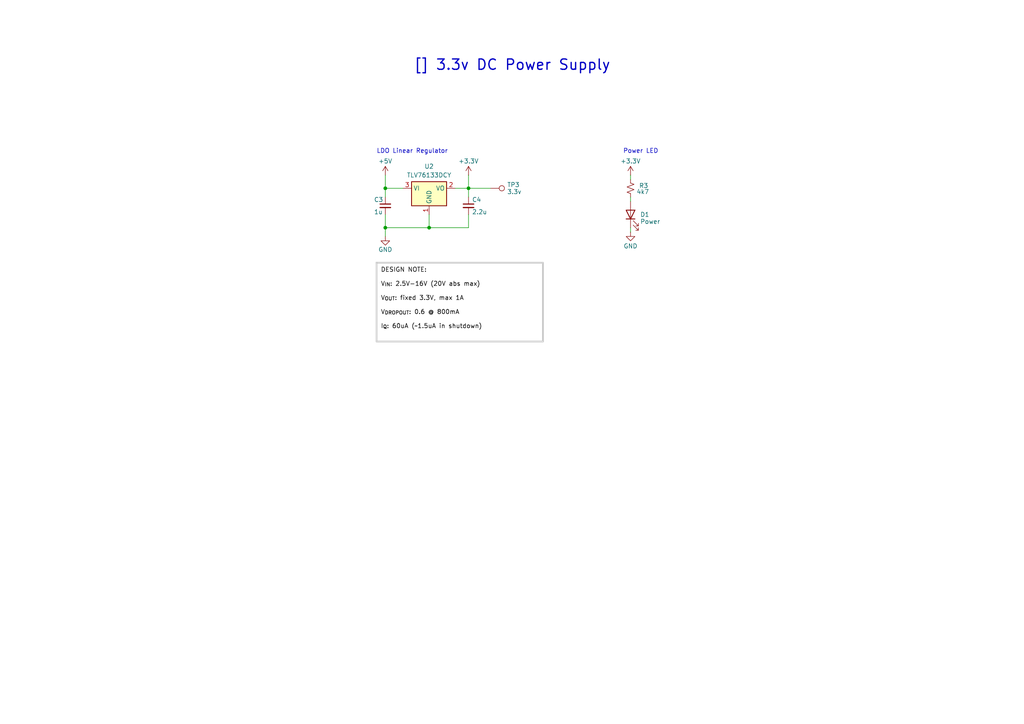
<source format=kicad_sch>
(kicad_sch (version 20250114) (generator "eeschema") (generator_version "9.0")
  (paper "A4")
  (title_block (title "3.3v DC Power Supply") (date "2025-03-08") (rev "1.2") (company "Wattle Labs"))
  (lib_symbols
    (symbol "Connector:TestPoint" (pin_numbers (hide yes)) (pin_names (offset 0.762) (hide yes))
      (property "Reference" "TP" (at 0 6.858 0))
      (property "Value" "TestPoint" (at 0 5.08 0))
      (symbol "TestPoint_0_1"
        (circle (center 0 3.302) (radius 0.762))
      )
      (symbol "TestPoint_1_1"
        (pin passive line (at 0 0 90) (length 2.54) (name "1") (number "1"))
      )
    )
    (symbol "Device:C_Small" (pin_numbers (hide yes)) (pin_names (offset 0.254) (hide yes))
      (property "Reference" "C" (at 0.254 1.778 0))
      (property "Value" "C_Small" (at 0.254 -2.032 0))
      (symbol "C_Small_0_1"
        (polyline (pts (xy -1.524 0.508) (xy 1.524 0.508)) (stroke (width 0.3048)))
        (polyline (pts (xy -1.524 -0.508) (xy 1.524 -0.508)) (stroke (width 0.3302)))
      )
      (symbol "C_Small_1_1"
        (pin passive line (at 0 2.54 270) (length 2.032) (name "~") (number "1"))
        (pin passive line (at 0 -2.54 90) (length 2.032) (name "~") (number "2"))
      )
    )
    (symbol "Device:LED" (pin_numbers (hide yes)) (pin_names (offset 1.016) (hide yes))
      (property "Reference" "D" (at 0 2.54 0))
      (property "Value" "LED" (at 0 -2.54 0))
      (symbol "LED_0_1"
        (polyline (pts (xy -3.048 -0.762) (xy -4.572 -2.286) (xy -3.81 -2.286) (xy -4.572 -2.286) (xy -4.572 -1.524)))
        (polyline (pts (xy -1.778 -0.762) (xy -3.302 -2.286) (xy -2.54 -2.286) (xy -3.302 -2.286) (xy -3.302 -1.524)))
        (polyline (pts (xy -1.27 0) (xy 1.27 0)))
        (polyline (pts (xy -1.27 -1.27) (xy -1.27 1.27)) (stroke (width 0.254)))
        (polyline (pts (xy 1.27 -1.27) (xy 1.27 1.27) (xy -1.27 0) (xy 1.27 -1.27)) (stroke (width 0.254)))
      )
      (symbol "LED_1_1"
        (pin passive line (at -3.81 0 0) (length 2.54) (name "K") (number "1"))
        (pin passive line (at 3.81 0 180) (length 2.54) (name "A") (number "2"))
      )
    )
    (symbol "Device:R_Small_US" (pin_numbers (hide yes)) (pin_names (offset 0.254) (hide yes))
      (property "Reference" "R" (at 0.762 0.508 0))
      (property "Value" "R_Small_US" (at 0.762 -1.016 0))
      (symbol "R_Small_US_1_1"
        (polyline (pts (xy 0 1.524) (xy 1.016 1.143) (xy 0 0.762) (xy -1.016 0.381) (xy 0 0)))
        (polyline (pts (xy 0 0) (xy 1.016 -0.381) (xy 0 -0.762) (xy -1.016 -1.143) (xy 0 -1.524)))
        (pin passive line (at 0 2.54 270) (length 1.016) (name "~") (number "1"))
        (pin passive line (at 0 -2.54 90) (length 1.016) (name "~") (number "2"))
      )
    )
    (symbol "Regulator_Linear:TLV76133DCY"
      (property "Reference" "U" (at -7.62 6.35 0))
      (property "Value" "TLV76133DCY" (at -1.27 6.35 0))
      (symbol "TLV76133DCY_0_1"
        (rectangle (start -5.08 -5.08) (end 5.08 1.905) (stroke (width 0.254)) (fill (type background)))
      )
      (symbol "TLV76133DCY_1_1"
        (pin power_in line (at -7.62 0 0) (length 2.54) (name "VI") (number "3"))
        (pin power_in line (at 0 -7.62 90) (length 2.54) (name "GND") (number "1"))
        (pin power_out line (at 7.62 0 180) (length 2.54) (name "VO") (number "2"))
      )
    )
    (symbol "power:+3.3V" (power) (pin_numbers (hide yes)) (pin_names (offset 0) (hide yes))
      (property "Value" "+3.3V" (at 0 3.556 0))
      (symbol "+3.3V_0_1"
        (polyline (pts (xy -0.762 1.27) (xy 0 2.54)))
        (polyline (pts (xy 0 2.54) (xy 0.762 1.27)))
        (polyline (pts (xy 0 0) (xy 0 2.54)))
      )
      (symbol "+3.3V_1_1"
        (pin power_in line (at 0 0 90) (length 0) (name "~") (number "1"))
      )
    )
    (symbol "power:+5V" (power) (pin_numbers (hide yes)) (pin_names (offset 0) (hide yes))
      (property "Value" "+5V" (at 0 3.556 0))
      (symbol "+5V_0_1"
        (polyline (pts (xy -0.762 1.27) (xy 0 2.54)))
        (polyline (pts (xy 0 2.54) (xy 0.762 1.27)))
        (polyline (pts (xy 0 0) (xy 0 2.54)))
      )
      (symbol "+5V_1_1"
        (pin power_in line (at 0 0 90) (length 0) (name "~") (number "1"))
      )
    )
    (symbol "power:GND" (power) (pin_numbers (hide yes)) (pin_names (offset 0) (hide yes))
      (property "Value" "GND" (at 0 -3.81 0))
      (symbol "GND_0_1"
        (polyline (pts (xy 0 0) (xy 0 -1.27) (xy 1.27 -1.27) (xy 0 -2.54) (xy -1.27 -1.27) (xy 0 -1.27)))
      )
      (symbol "GND_1_1"
        (pin power_in line (at 0 0 270) (length 0) (name "~") (number "1"))
      )
    )
  )
  (text "LDO Linear Regulator" (at 109.22 43.18 0) (effects (font (size 1.27 1.27) (thickness 0.1588)) (justify left top)))
  (text "Power LED" (at 180.721 43.18 0) (effects (font (size 1.27 1.27) (thickness 0.1588)) (justify left top)))
  (text_box "DESIGN NOTE:\n\nV_{IN}: 2.5V-16V (20V abs max)\n\nV_{OUT}: fixed 3.3V, max 1A\n\nV_{DROPOUT}: 0.6 @ 800mA\n\nI_{Q}: 60uA (~1.5uA in shutdown)" (at 109.22 76.2 0) (size 48.26 22.86) (margins 1.2025 1.2025 1.2025 1.2025) (stroke (width 0.5) (color 200 200 200 1)) (effects (font (size 1.27 1.27)) (justify left top)))
  (text_box "[${#}] ${TITLE}" (at 12.065 12.065 0) (size 273.05 13.335) (margins 2.2499 2.2499 2.2499 2.2499) (stroke (width -0.0001)) (effects (font (size 3 3) (thickness 0.375))))
  (junction (at 124.46 66.04))
  (junction (at 135.89 54.61))
  (junction (at 111.76 54.61))
  (junction (at 111.76 66.04))
  (wire (pts (xy 124.46 66.04) (xy 135.89 66.04)))
  (wire (pts (xy 182.88 57.15) (xy 182.88 58.42)))
  (wire (pts (xy 124.46 66.04) (xy 124.46 62.23)))
  (wire (pts (xy 135.89 54.61) (xy 132.08 54.61)))
  (wire (pts (xy 111.76 50.8) (xy 111.76 54.61)))
  (wire (pts (xy 135.89 54.61) (xy 135.89 57.15)))
  (wire (pts (xy 182.88 50.8) (xy 182.88 52.07)))
  (wire (pts (xy 135.89 62.23) (xy 135.89 66.04)))
  (wire (pts (xy 111.76 54.61) (xy 116.84 54.61)))
  (wire (pts (xy 135.89 54.61) (xy 142.24 54.61)))
  (wire (pts (xy 111.76 66.04) (xy 124.46 66.04)))
  (wire (pts (xy 182.88 66.04) (xy 182.88 67.31)))
  (wire (pts (xy 135.89 50.8) (xy 135.89 54.61)))
  (wire (pts (xy 111.76 62.23) (xy 111.76 66.04)))
  (wire (pts (xy 111.76 66.04) (xy 111.76 68.58)))
  (wire (pts (xy 111.76 54.61) (xy 111.76 57.15)))
  (symbol (lib_id "power:GND") (at 182.88 67.31 0) (unit 1)
    (property "Reference" "#PWR036" (effects (hide yes)))
    (property "Value" "GND" (at 182.88 71.374 0))
    (property "Description" "Power symbol creates a global label with name \"GND\" , ground" (effects (hide yes)))
  )
  (symbol (lib_id "power:GND") (at 111.76 68.58 0) (unit 1)
    (property "Reference" "#PWR010" (effects (hide yes)))
    (property "Value" "GND" (at 111.76 72.39 0))
    (property "Description" "Power symbol creates a global label with name \"GND\" , ground" (effects (hide yes)))
  )
  (symbol (lib_id "power:+5V") (at 111.76 50.8 0) (unit 1)
    (property "Reference" "#PWR09" (effects (hide yes)))
    (property "Value" "+5V" (at 111.76 46.736 0))
    (property "Description" "Power symbol creates a global label with name \"+5V\"" (effects (hide yes)))
  )
  (symbol (lib_id "Device:C_Small") (at 135.89 59.69 0) (unit 1)
    (property "Reference" "C4" (at 136.906 57.912 0) (effects (justify left)))
    (property "Value" "2.2u" (at 136.906 61.468 0) (effects (justify left)))
    (property "Footprint" "Capacitor_SMD:C_0603_1608Metric" (effects (hide yes)))
    (property "Description" "2.2 µF ±10% 16V Ceramic Capacitor X5R 0603 (1608 Metric)" (effects (hide yes)))
    (property "Supplier" "https://www.digikey.co.nz/en/products/detail/samsung-electro-mechanics/CL10A225KO8NNNC/3886698" (effects (hide yes)))
    (property "Digikey_PN" "1276-1040-1-ND" (effects (hide yes)))
  )
  (symbol (lib_id "Device:LED") (at 182.88 62.23 90) (unit 1)
    (property "Reference" "D1" (at 185.674 62.23 90) (effects (justify right)))
    (property "Value" "Power" (at 185.674 64.262 90) (effects (justify right)))
    (property "Footprint" "LED_SMD:LED_0603_1608Metric" (effects (hide yes)))
    (property "Description" "Red 625nm LED Indication - Discrete 2V 0603 (1608 Metric)" (effects (hide yes)))
    (property "Digikey_PN" "732-4978-1-ND" (effects (hide yes)))
  )
  (symbol (lib_id "Device:R_Small_US") (at 182.88 54.61 180) (unit 1)
    (property "Reference" "R3" (at 186.69 53.848 0))
    (property "Value" "4k7" (at 186.436 55.626 0))
    (property "Footprint" "Resistor_SMD:R_0603_1608Metric_Pad0.98x0.95mm_HandSolder" (effects (hide yes)))
    (property "Description" "Resistor, small US symbol" (effects (hide yes)))
    (property "Digikey_PN" "541-3993-1-ND" (effects (hide yes)))
  )
  (symbol (lib_id "Device:C_Small") (at 111.76 59.69 0) (unit 1)
    (property "Reference" "C3" (at 108.458 57.912 0) (effects (justify left)))
    (property "Value" "1u" (at 108.458 61.468 0) (effects (justify left)))
    (property "Footprint" "Capacitor_SMD:C_0603_1608Metric" (effects (hide yes)))
    (property "Description" "CAP CER 1UF 16V X7R 0603" (effects (hide yes)))
    (property "Supplier" "https://www.digikey.co.nz/en/products/detail/samsung-electro-mechanics/CL10B105KO8NNNC/3886677" (effects (hide yes)))
    (property "Digikey_PN" "1276-1019-1-ND" (effects (hide yes)))
  )
  (symbol (lib_id "power:+3.3V") (at 135.89 50.8 0) (unit 1)
    (property "Reference" "#PWR011" (effects (hide yes)))
    (property "Value" "+3.3V" (at 135.89 46.736 0))
    (property "Description" "Power symbol creates a global label with name \"+3.3V\"" (effects (hide yes)))
  )
  (symbol (lib_id "Connector:TestPoint") (at 142.24 54.61 270) (unit 1) (in_bom no)
    (property "Reference" "TP3" (at 147.066 53.594 90) (effects (justify left)))
    (property "Value" "3.3v" (at 147.066 55.626 90) (effects (justify left)))
    (property "Footprint" "TestPoint:TestPoint_Pad_D1.0mm" (effects (hide yes)))
  )
  (symbol (lib_id "power:+3.3V") (at 182.88 50.8 0) (unit 1)
    (property "Reference" "#PWR035" (effects (hide yes)))
    (property "Value" "+3.3V" (at 182.88 46.736 0))
    (property "Description" "Power symbol creates a global label with name \"+3.3V\"" (effects (hide yes)))
  )
  (symbol (lib_id "Regulator_Linear:TLV76133DCY") (at 124.46 54.61 0) (unit 1)
    (property "Reference" "U2" (at 124.46 48.26 0))
    (property "Value" "TLV76133DCY" (at 124.46 50.8 0))
    (property "Footprint" "Package_TO_SOT_SMD:SOT-223-3_TabPin2" (effects (hide yes)))
    (property "Datasheet" "https://www.ti.com/lit/ds/symlink/tlv761.pdf" (effects (hide yes)))
    (property "Description" "3.3V, 1A, Low Noise, High-PSRR LDO Regulator, 2.5V...16V input, SOT-223" (effects (hide yes)))
    (property "Supplier" "https://www.digikey.co.nz/en/products/detail/texas-instruments/TLV76133DCYR/18716472?s=N4IgTCBcDaICoBkBqB2AbARgMxYCIGEBNEAXQF8g" (effects (hide yes)))
    (property "Digikey_PN" "296-TLV76133DCYRCT-ND" (effects (hide yes)))
  )
)
</source>
